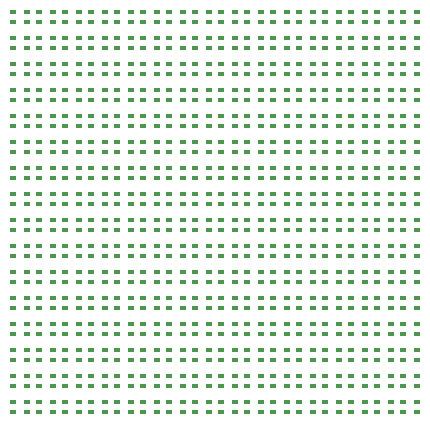
<source format=gtp>
%TF.GenerationSoftware,KiCad,Pcbnew,5.99.0-unknown-dd5676f4bc~131~ubuntu20.04.1*%
%TF.CreationDate,2021-08-08T04:37:49-07:00*%
%TF.ProjectId,panel,70616e65-6c2e-46b6-9963-61645f706362,rev?*%
%TF.SameCoordinates,Original*%
%TF.FileFunction,Paste,Top*%
%TF.FilePolarity,Positive*%
%FSLAX46Y46*%
G04 Gerber Fmt 4.6, Leading zero omitted, Abs format (unit mm)*
G04 Created by KiCad (PCBNEW 5.99.0-unknown-dd5676f4bc~131~ubuntu20.04.1) date 2021-08-08 04:37:49*
%MOMM*%
%LPD*%
G01*
G04 APERTURE LIST*
G04 Aperture macros list*
%AMRoundRect*
0 Rectangle with rounded corners*
0 $1 Rounding radius*
0 $2 $3 $4 $5 $6 $7 $8 $9 X,Y pos of 4 corners*
0 Add a 4 corners polygon primitive as box body*
4,1,4,$2,$3,$4,$5,$6,$7,$8,$9,$2,$3,0*
0 Add four circle primitives for the rounded corners*
1,1,$1+$1,$2,$3*
1,1,$1+$1,$4,$5*
1,1,$1+$1,$6,$7*
1,1,$1+$1,$8,$9*
0 Add four rect primitives between the rounded corners*
20,1,$1+$1,$2,$3,$4,$5,0*
20,1,$1+$1,$4,$5,$6,$7,0*
20,1,$1+$1,$6,$7,$8,$9,0*
20,1,$1+$1,$8,$9,$2,$3,0*%
G04 Aperture macros list end*
%ADD10RoundRect,0.080000X0.145000X0.120000X-0.145000X0.120000X-0.145000X-0.120000X0.145000X-0.120000X0*%
G04 APERTURE END LIST*
D10*
%TO.C,D2*%
X64300000Y-61100000D03*
X64300000Y-61900000D03*
X63100000Y-61900000D03*
X63100000Y-61100000D03*
%TD*%
%TO.C,D231*%
X75300000Y-91900000D03*
X75300000Y-92700000D03*
X74100000Y-92700000D03*
X74100000Y-91900000D03*
%TD*%
%TO.C,D67*%
X66500000Y-69900000D03*
X66500000Y-70700000D03*
X65300000Y-70700000D03*
X65300000Y-69900000D03*
%TD*%
%TO.C,D234*%
X81900000Y-91900000D03*
X81900000Y-92700000D03*
X80700000Y-92700000D03*
X80700000Y-91900000D03*
%TD*%
%TO.C,D238*%
X90700000Y-91900000D03*
X90700000Y-92700000D03*
X89500000Y-92700000D03*
X89500000Y-91900000D03*
%TD*%
%TO.C,D136*%
X77500000Y-78700000D03*
X77500000Y-79500000D03*
X76300000Y-79500000D03*
X76300000Y-78700000D03*
%TD*%
%TO.C,D93*%
X88500000Y-72100000D03*
X88500000Y-72900000D03*
X87300000Y-72900000D03*
X87300000Y-72100000D03*
%TD*%
%TO.C,D166*%
X73100000Y-83100000D03*
X73100000Y-83900000D03*
X71900000Y-83900000D03*
X71900000Y-83100000D03*
%TD*%
%TO.C,D168*%
X77500000Y-83100000D03*
X77500000Y-83900000D03*
X76300000Y-83900000D03*
X76300000Y-83100000D03*
%TD*%
%TO.C,D52*%
X68700000Y-67700000D03*
X68700000Y-68500000D03*
X67500000Y-68500000D03*
X67500000Y-67700000D03*
%TD*%
%TO.C,D65*%
X62100000Y-69900000D03*
X62100000Y-70700000D03*
X60900000Y-70700000D03*
X60900000Y-69900000D03*
%TD*%
%TO.C,D119*%
X75300000Y-76500000D03*
X75300000Y-77300000D03*
X74100000Y-77300000D03*
X74100000Y-76500000D03*
%TD*%
%TO.C,D85*%
X70900000Y-72100000D03*
X70900000Y-72900000D03*
X69700000Y-72900000D03*
X69700000Y-72100000D03*
%TD*%
%TO.C,D112*%
X95100000Y-74300000D03*
X95100000Y-75100000D03*
X93900000Y-75100000D03*
X93900000Y-74300000D03*
%TD*%
%TO.C,D47*%
X92900000Y-65500000D03*
X92900000Y-66300000D03*
X91700000Y-66300000D03*
X91700000Y-65500000D03*
%TD*%
%TO.C,D12*%
X86300000Y-61100000D03*
X86300000Y-61900000D03*
X85100000Y-61900000D03*
X85100000Y-61100000D03*
%TD*%
%TO.C,D33*%
X62100000Y-65500000D03*
X62100000Y-66300000D03*
X60900000Y-66300000D03*
X60900000Y-65500000D03*
%TD*%
%TO.C,D32*%
X95100000Y-63300000D03*
X95100000Y-64100000D03*
X93900000Y-64100000D03*
X93900000Y-63300000D03*
%TD*%
%TO.C,D107*%
X84100000Y-74300000D03*
X84100000Y-75100000D03*
X82900000Y-75100000D03*
X82900000Y-74300000D03*
%TD*%
%TO.C,D164*%
X68700000Y-83100000D03*
X68700000Y-83900000D03*
X67500000Y-83900000D03*
X67500000Y-83100000D03*
%TD*%
%TO.C,D88*%
X77500000Y-72100000D03*
X77500000Y-72900000D03*
X76300000Y-72900000D03*
X76300000Y-72100000D03*
%TD*%
%TO.C,D183*%
X75300000Y-85300000D03*
X75300000Y-86100000D03*
X74100000Y-86100000D03*
X74100000Y-85300000D03*
%TD*%
%TO.C,D62*%
X90700000Y-67700000D03*
X90700000Y-68500000D03*
X89500000Y-68500000D03*
X89500000Y-67700000D03*
%TD*%
%TO.C,D28*%
X86300000Y-63300000D03*
X86300000Y-64100000D03*
X85100000Y-64100000D03*
X85100000Y-63300000D03*
%TD*%
%TO.C,D100*%
X68700000Y-74300000D03*
X68700000Y-75100000D03*
X67500000Y-75100000D03*
X67500000Y-74300000D03*
%TD*%
%TO.C,D141*%
X88500000Y-78700000D03*
X88500000Y-79500000D03*
X87300000Y-79500000D03*
X87300000Y-78700000D03*
%TD*%
%TO.C,D194*%
X64300000Y-87500000D03*
X64300000Y-88300000D03*
X63100000Y-88300000D03*
X63100000Y-87500000D03*
%TD*%
%TO.C,D99*%
X66500000Y-74300000D03*
X66500000Y-75100000D03*
X65300000Y-75100000D03*
X65300000Y-74300000D03*
%TD*%
%TO.C,D96*%
X95100000Y-72100000D03*
X95100000Y-72900000D03*
X93900000Y-72900000D03*
X93900000Y-72100000D03*
%TD*%
%TO.C,D152*%
X77500000Y-80900000D03*
X77500000Y-81700000D03*
X76300000Y-81700000D03*
X76300000Y-80900000D03*
%TD*%
%TO.C,D75*%
X84100000Y-69900000D03*
X84100000Y-70700000D03*
X82900000Y-70700000D03*
X82900000Y-69900000D03*
%TD*%
%TO.C,D64*%
X95100000Y-67700000D03*
X95100000Y-68500000D03*
X93900000Y-68500000D03*
X93900000Y-67700000D03*
%TD*%
%TO.C,D232*%
X77500000Y-91900000D03*
X77500000Y-92700000D03*
X76300000Y-92700000D03*
X76300000Y-91900000D03*
%TD*%
%TO.C,D211*%
X66500000Y-89700000D03*
X66500000Y-90500000D03*
X65300000Y-90500000D03*
X65300000Y-89700000D03*
%TD*%
%TO.C,D127*%
X92900000Y-76500000D03*
X92900000Y-77300000D03*
X91700000Y-77300000D03*
X91700000Y-76500000D03*
%TD*%
%TO.C,D66*%
X64300000Y-69900000D03*
X64300000Y-70700000D03*
X63100000Y-70700000D03*
X63100000Y-69900000D03*
%TD*%
%TO.C,D78*%
X90700000Y-69900000D03*
X90700000Y-70700000D03*
X89500000Y-70700000D03*
X89500000Y-69900000D03*
%TD*%
%TO.C,D156*%
X86300000Y-80900000D03*
X86300000Y-81700000D03*
X85100000Y-81700000D03*
X85100000Y-80900000D03*
%TD*%
%TO.C,D69*%
X70900000Y-69900000D03*
X70900000Y-70700000D03*
X69700000Y-70700000D03*
X69700000Y-69900000D03*
%TD*%
%TO.C,D56*%
X77500000Y-67700000D03*
X77500000Y-68500000D03*
X76300000Y-68500000D03*
X76300000Y-67700000D03*
%TD*%
%TO.C,D24*%
X77500000Y-63300000D03*
X77500000Y-64100000D03*
X76300000Y-64100000D03*
X76300000Y-63300000D03*
%TD*%
%TO.C,D165*%
X70900000Y-83100000D03*
X70900000Y-83900000D03*
X69700000Y-83900000D03*
X69700000Y-83100000D03*
%TD*%
%TO.C,D94*%
X90700000Y-72100000D03*
X90700000Y-72900000D03*
X89500000Y-72900000D03*
X89500000Y-72100000D03*
%TD*%
%TO.C,D181*%
X70900000Y-85300000D03*
X70900000Y-86100000D03*
X69700000Y-86100000D03*
X69700000Y-85300000D03*
%TD*%
%TO.C,D222*%
X90700000Y-89700000D03*
X90700000Y-90500000D03*
X89500000Y-90500000D03*
X89500000Y-89700000D03*
%TD*%
%TO.C,D129*%
X62100000Y-78700000D03*
X62100000Y-79500000D03*
X60900000Y-79500000D03*
X60900000Y-78700000D03*
%TD*%
%TO.C,D227*%
X66500000Y-91900000D03*
X66500000Y-92700000D03*
X65300000Y-92700000D03*
X65300000Y-91900000D03*
%TD*%
%TO.C,D249*%
X79700000Y-94100000D03*
X79700000Y-94900000D03*
X78500000Y-94900000D03*
X78500000Y-94100000D03*
%TD*%
%TO.C,D8*%
X77500000Y-61100000D03*
X77500000Y-61900000D03*
X76300000Y-61900000D03*
X76300000Y-61100000D03*
%TD*%
%TO.C,D51*%
X66500000Y-67700000D03*
X66500000Y-68500000D03*
X65300000Y-68500000D03*
X65300000Y-67700000D03*
%TD*%
%TO.C,D43*%
X84100000Y-65500000D03*
X84100000Y-66300000D03*
X82900000Y-66300000D03*
X82900000Y-65500000D03*
%TD*%
%TO.C,D27*%
X84100000Y-63300000D03*
X84100000Y-64100000D03*
X82900000Y-64100000D03*
X82900000Y-63300000D03*
%TD*%
%TO.C,D252*%
X86300000Y-94100000D03*
X86300000Y-94900000D03*
X85100000Y-94900000D03*
X85100000Y-94100000D03*
%TD*%
%TO.C,D115*%
X66500000Y-76500000D03*
X66500000Y-77300000D03*
X65300000Y-77300000D03*
X65300000Y-76500000D03*
%TD*%
%TO.C,D73*%
X79700000Y-69900000D03*
X79700000Y-70700000D03*
X78500000Y-70700000D03*
X78500000Y-69900000D03*
%TD*%
%TO.C,D76*%
X86300000Y-69900000D03*
X86300000Y-70700000D03*
X85100000Y-70700000D03*
X85100000Y-69900000D03*
%TD*%
%TO.C,D71*%
X75300000Y-69900000D03*
X75300000Y-70700000D03*
X74100000Y-70700000D03*
X74100000Y-69900000D03*
%TD*%
%TO.C,D26*%
X81900000Y-63300000D03*
X81900000Y-64100000D03*
X80700000Y-64100000D03*
X80700000Y-63300000D03*
%TD*%
%TO.C,D111*%
X92900000Y-74300000D03*
X92900000Y-75100000D03*
X91700000Y-75100000D03*
X91700000Y-74300000D03*
%TD*%
%TO.C,D63*%
X92900000Y-67700000D03*
X92900000Y-68500000D03*
X91700000Y-68500000D03*
X91700000Y-67700000D03*
%TD*%
%TO.C,D173*%
X88500000Y-83100000D03*
X88500000Y-83900000D03*
X87300000Y-83900000D03*
X87300000Y-83100000D03*
%TD*%
%TO.C,D247*%
X75300000Y-94100000D03*
X75300000Y-94900000D03*
X74100000Y-94900000D03*
X74100000Y-94100000D03*
%TD*%
%TO.C,D155*%
X84100000Y-80900000D03*
X84100000Y-81700000D03*
X82900000Y-81700000D03*
X82900000Y-80900000D03*
%TD*%
%TO.C,D209*%
X62100000Y-89700000D03*
X62100000Y-90500000D03*
X60900000Y-90500000D03*
X60900000Y-89700000D03*
%TD*%
%TO.C,D239*%
X92900000Y-91900000D03*
X92900000Y-92700000D03*
X91700000Y-92700000D03*
X91700000Y-91900000D03*
%TD*%
%TO.C,D134*%
X73100000Y-78700000D03*
X73100000Y-79500000D03*
X71900000Y-79500000D03*
X71900000Y-78700000D03*
%TD*%
%TO.C,D120*%
X77500000Y-76500000D03*
X77500000Y-77300000D03*
X76300000Y-77300000D03*
X76300000Y-76500000D03*
%TD*%
%TO.C,D193*%
X62100000Y-87500000D03*
X62100000Y-88300000D03*
X60900000Y-88300000D03*
X60900000Y-87500000D03*
%TD*%
%TO.C,D149*%
X70900000Y-80900000D03*
X70900000Y-81700000D03*
X69700000Y-81700000D03*
X69700000Y-80900000D03*
%TD*%
%TO.C,D251*%
X84100000Y-94100000D03*
X84100000Y-94900000D03*
X82900000Y-94900000D03*
X82900000Y-94100000D03*
%TD*%
%TO.C,D178*%
X64300000Y-85300000D03*
X64300000Y-86100000D03*
X63100000Y-86100000D03*
X63100000Y-85300000D03*
%TD*%
%TO.C,D20*%
X68700000Y-63300000D03*
X68700000Y-64100000D03*
X67500000Y-64100000D03*
X67500000Y-63300000D03*
%TD*%
%TO.C,D160*%
X95100000Y-80900000D03*
X95100000Y-81700000D03*
X93900000Y-81700000D03*
X93900000Y-80900000D03*
%TD*%
%TO.C,D57*%
X79700000Y-67700000D03*
X79700000Y-68500000D03*
X78500000Y-68500000D03*
X78500000Y-67700000D03*
%TD*%
%TO.C,D16*%
X95100000Y-61100000D03*
X95100000Y-61900000D03*
X93900000Y-61900000D03*
X93900000Y-61100000D03*
%TD*%
%TO.C,D46*%
X90700000Y-65500000D03*
X90700000Y-66300000D03*
X89500000Y-66300000D03*
X89500000Y-65500000D03*
%TD*%
%TO.C,D35*%
X66500000Y-65500000D03*
X66500000Y-66300000D03*
X65300000Y-66300000D03*
X65300000Y-65500000D03*
%TD*%
%TO.C,D103*%
X75300000Y-74300000D03*
X75300000Y-75100000D03*
X74100000Y-75100000D03*
X74100000Y-74300000D03*
%TD*%
%TO.C,D114*%
X64300000Y-76500000D03*
X64300000Y-77300000D03*
X63100000Y-77300000D03*
X63100000Y-76500000D03*
%TD*%
%TO.C,D124*%
X86300000Y-76500000D03*
X86300000Y-77300000D03*
X85100000Y-77300000D03*
X85100000Y-76500000D03*
%TD*%
%TO.C,D226*%
X64300000Y-91900000D03*
X64300000Y-92700000D03*
X63100000Y-92700000D03*
X63100000Y-91900000D03*
%TD*%
%TO.C,D174*%
X90700000Y-83100000D03*
X90700000Y-83900000D03*
X89500000Y-83900000D03*
X89500000Y-83100000D03*
%TD*%
%TO.C,D236*%
X86300000Y-91900000D03*
X86300000Y-92700000D03*
X85100000Y-92700000D03*
X85100000Y-91900000D03*
%TD*%
%TO.C,D87*%
X75300000Y-72100000D03*
X75300000Y-72900000D03*
X74100000Y-72900000D03*
X74100000Y-72100000D03*
%TD*%
%TO.C,D125*%
X88500000Y-76500000D03*
X88500000Y-77300000D03*
X87300000Y-77300000D03*
X87300000Y-76500000D03*
%TD*%
%TO.C,D55*%
X75300000Y-67700000D03*
X75300000Y-68500000D03*
X74100000Y-68500000D03*
X74100000Y-67700000D03*
%TD*%
%TO.C,D4*%
X68700000Y-61100000D03*
X68700000Y-61900000D03*
X67500000Y-61900000D03*
X67500000Y-61100000D03*
%TD*%
%TO.C,D196*%
X68700000Y-87500000D03*
X68700000Y-88300000D03*
X67500000Y-88300000D03*
X67500000Y-87500000D03*
%TD*%
%TO.C,D23*%
X75300000Y-63300000D03*
X75300000Y-64100000D03*
X74100000Y-64100000D03*
X74100000Y-63300000D03*
%TD*%
%TO.C,D21*%
X70900000Y-63300000D03*
X70900000Y-64100000D03*
X69700000Y-64100000D03*
X69700000Y-63300000D03*
%TD*%
%TO.C,D92*%
X86300000Y-72100000D03*
X86300000Y-72900000D03*
X85100000Y-72900000D03*
X85100000Y-72100000D03*
%TD*%
%TO.C,D140*%
X86300000Y-78700000D03*
X86300000Y-79500000D03*
X85100000Y-79500000D03*
X85100000Y-78700000D03*
%TD*%
%TO.C,D217*%
X79700000Y-89700000D03*
X79700000Y-90500000D03*
X78500000Y-90500000D03*
X78500000Y-89700000D03*
%TD*%
%TO.C,D44*%
X86300000Y-65500000D03*
X86300000Y-66300000D03*
X85100000Y-66300000D03*
X85100000Y-65500000D03*
%TD*%
%TO.C,D228*%
X68700000Y-91900000D03*
X68700000Y-92700000D03*
X67500000Y-92700000D03*
X67500000Y-91900000D03*
%TD*%
%TO.C,D40*%
X77500000Y-65500000D03*
X77500000Y-66300000D03*
X76300000Y-66300000D03*
X76300000Y-65500000D03*
%TD*%
%TO.C,D19*%
X66500000Y-63300000D03*
X66500000Y-64100000D03*
X65300000Y-64100000D03*
X65300000Y-63300000D03*
%TD*%
%TO.C,D179*%
X66500000Y-85300000D03*
X66500000Y-86100000D03*
X65300000Y-86100000D03*
X65300000Y-85300000D03*
%TD*%
%TO.C,D170*%
X81900000Y-83100000D03*
X81900000Y-83900000D03*
X80700000Y-83900000D03*
X80700000Y-83100000D03*
%TD*%
%TO.C,D180*%
X68700000Y-85300000D03*
X68700000Y-86100000D03*
X67500000Y-86100000D03*
X67500000Y-85300000D03*
%TD*%
%TO.C,D30*%
X90700000Y-63300000D03*
X90700000Y-64100000D03*
X89500000Y-64100000D03*
X89500000Y-63300000D03*
%TD*%
%TO.C,D202*%
X81900000Y-87500000D03*
X81900000Y-88300000D03*
X80700000Y-88300000D03*
X80700000Y-87500000D03*
%TD*%
%TO.C,D171*%
X84100000Y-83100000D03*
X84100000Y-83900000D03*
X82900000Y-83900000D03*
X82900000Y-83100000D03*
%TD*%
%TO.C,D187*%
X84100000Y-85300000D03*
X84100000Y-86100000D03*
X82900000Y-86100000D03*
X82900000Y-85300000D03*
%TD*%
%TO.C,D59*%
X84100000Y-67700000D03*
X84100000Y-68500000D03*
X82900000Y-68500000D03*
X82900000Y-67700000D03*
%TD*%
%TO.C,D190*%
X90700000Y-85300000D03*
X90700000Y-86100000D03*
X89500000Y-86100000D03*
X89500000Y-85300000D03*
%TD*%
%TO.C,D17*%
X62100000Y-63300000D03*
X62100000Y-64100000D03*
X60900000Y-64100000D03*
X60900000Y-63300000D03*
%TD*%
%TO.C,D248*%
X77500000Y-94100000D03*
X77500000Y-94900000D03*
X76300000Y-94900000D03*
X76300000Y-94100000D03*
%TD*%
%TO.C,D182*%
X73100000Y-85300000D03*
X73100000Y-86100000D03*
X71900000Y-86100000D03*
X71900000Y-85300000D03*
%TD*%
%TO.C,D89*%
X79700000Y-72100000D03*
X79700000Y-72900000D03*
X78500000Y-72900000D03*
X78500000Y-72100000D03*
%TD*%
%TO.C,D97*%
X62100000Y-74300000D03*
X62100000Y-75100000D03*
X60900000Y-75100000D03*
X60900000Y-74300000D03*
%TD*%
%TO.C,D237*%
X88500000Y-91900000D03*
X88500000Y-92700000D03*
X87300000Y-92700000D03*
X87300000Y-91900000D03*
%TD*%
%TO.C,D201*%
X79700000Y-87500000D03*
X79700000Y-88300000D03*
X78500000Y-88300000D03*
X78500000Y-87500000D03*
%TD*%
%TO.C,D210*%
X64300000Y-89700000D03*
X64300000Y-90500000D03*
X63100000Y-90500000D03*
X63100000Y-89700000D03*
%TD*%
%TO.C,D117*%
X70900000Y-76500000D03*
X70900000Y-77300000D03*
X69700000Y-77300000D03*
X69700000Y-76500000D03*
%TD*%
%TO.C,D95*%
X92900000Y-72100000D03*
X92900000Y-72900000D03*
X91700000Y-72900000D03*
X91700000Y-72100000D03*
%TD*%
%TO.C,D223*%
X92900000Y-89700000D03*
X92900000Y-90500000D03*
X91700000Y-90500000D03*
X91700000Y-89700000D03*
%TD*%
%TO.C,D216*%
X77500000Y-89700000D03*
X77500000Y-90500000D03*
X76300000Y-90500000D03*
X76300000Y-89700000D03*
%TD*%
%TO.C,D212*%
X68700000Y-89700000D03*
X68700000Y-90500000D03*
X67500000Y-90500000D03*
X67500000Y-89700000D03*
%TD*%
%TO.C,D198*%
X73100000Y-87500000D03*
X73100000Y-88300000D03*
X71900000Y-88300000D03*
X71900000Y-87500000D03*
%TD*%
%TO.C,D235*%
X84100000Y-91900000D03*
X84100000Y-92700000D03*
X82900000Y-92700000D03*
X82900000Y-91900000D03*
%TD*%
%TO.C,D255*%
X92900000Y-94100000D03*
X92900000Y-94900000D03*
X91700000Y-94900000D03*
X91700000Y-94100000D03*
%TD*%
%TO.C,D29*%
X88500000Y-63300000D03*
X88500000Y-64100000D03*
X87300000Y-64100000D03*
X87300000Y-63300000D03*
%TD*%
%TO.C,D9*%
X79700000Y-61100000D03*
X79700000Y-61900000D03*
X78500000Y-61900000D03*
X78500000Y-61100000D03*
%TD*%
%TO.C,D48*%
X95100000Y-65500000D03*
X95100000Y-66300000D03*
X93900000Y-66300000D03*
X93900000Y-65500000D03*
%TD*%
%TO.C,D213*%
X70900000Y-89700000D03*
X70900000Y-90500000D03*
X69700000Y-90500000D03*
X69700000Y-89700000D03*
%TD*%
%TO.C,D253*%
X88500000Y-94100000D03*
X88500000Y-94900000D03*
X87300000Y-94900000D03*
X87300000Y-94100000D03*
%TD*%
%TO.C,D192*%
X95100000Y-85300000D03*
X95100000Y-86100000D03*
X93900000Y-86100000D03*
X93900000Y-85300000D03*
%TD*%
%TO.C,D146*%
X64300000Y-80900000D03*
X64300000Y-81700000D03*
X63100000Y-81700000D03*
X63100000Y-80900000D03*
%TD*%
%TO.C,D220*%
X86300000Y-89700000D03*
X86300000Y-90500000D03*
X85100000Y-90500000D03*
X85100000Y-89700000D03*
%TD*%
%TO.C,D110*%
X90700000Y-74300000D03*
X90700000Y-75100000D03*
X89500000Y-75100000D03*
X89500000Y-74300000D03*
%TD*%
%TO.C,D150*%
X73100000Y-80900000D03*
X73100000Y-81700000D03*
X71900000Y-81700000D03*
X71900000Y-80900000D03*
%TD*%
%TO.C,D126*%
X90700000Y-76500000D03*
X90700000Y-77300000D03*
X89500000Y-77300000D03*
X89500000Y-76500000D03*
%TD*%
%TO.C,D39*%
X75300000Y-65500000D03*
X75300000Y-66300000D03*
X74100000Y-66300000D03*
X74100000Y-65500000D03*
%TD*%
%TO.C,D14*%
X90700000Y-61100000D03*
X90700000Y-61900000D03*
X89500000Y-61900000D03*
X89500000Y-61100000D03*
%TD*%
%TO.C,D175*%
X92900000Y-83100000D03*
X92900000Y-83900000D03*
X91700000Y-83900000D03*
X91700000Y-83100000D03*
%TD*%
%TO.C,D250*%
X81900000Y-94100000D03*
X81900000Y-94900000D03*
X80700000Y-94900000D03*
X80700000Y-94100000D03*
%TD*%
%TO.C,D245*%
X70900000Y-94100000D03*
X70900000Y-94900000D03*
X69700000Y-94900000D03*
X69700000Y-94100000D03*
%TD*%
%TO.C,D79*%
X92900000Y-69900000D03*
X92900000Y-70700000D03*
X91700000Y-70700000D03*
X91700000Y-69900000D03*
%TD*%
%TO.C,D104*%
X77500000Y-74300000D03*
X77500000Y-75100000D03*
X76300000Y-75100000D03*
X76300000Y-74300000D03*
%TD*%
%TO.C,D159*%
X92900000Y-80900000D03*
X92900000Y-81700000D03*
X91700000Y-81700000D03*
X91700000Y-80900000D03*
%TD*%
%TO.C,D128*%
X95100000Y-76500000D03*
X95100000Y-77300000D03*
X93900000Y-77300000D03*
X93900000Y-76500000D03*
%TD*%
%TO.C,D58*%
X81900000Y-67700000D03*
X81900000Y-68500000D03*
X80700000Y-68500000D03*
X80700000Y-67700000D03*
%TD*%
%TO.C,D81*%
X62100000Y-72100000D03*
X62100000Y-72900000D03*
X60900000Y-72900000D03*
X60900000Y-72100000D03*
%TD*%
%TO.C,D221*%
X88500000Y-89700000D03*
X88500000Y-90500000D03*
X87300000Y-90500000D03*
X87300000Y-89700000D03*
%TD*%
%TO.C,D105*%
X79700000Y-74300000D03*
X79700000Y-75100000D03*
X78500000Y-75100000D03*
X78500000Y-74300000D03*
%TD*%
%TO.C,D233*%
X79700000Y-91900000D03*
X79700000Y-92700000D03*
X78500000Y-92700000D03*
X78500000Y-91900000D03*
%TD*%
%TO.C,D70*%
X73100000Y-69900000D03*
X73100000Y-70700000D03*
X71900000Y-70700000D03*
X71900000Y-69900000D03*
%TD*%
%TO.C,D133*%
X70900000Y-78700000D03*
X70900000Y-79500000D03*
X69700000Y-79500000D03*
X69700000Y-78700000D03*
%TD*%
%TO.C,D157*%
X88500000Y-80900000D03*
X88500000Y-81700000D03*
X87300000Y-81700000D03*
X87300000Y-80900000D03*
%TD*%
%TO.C,D177*%
X62100000Y-85300000D03*
X62100000Y-86100000D03*
X60900000Y-86100000D03*
X60900000Y-85300000D03*
%TD*%
%TO.C,D121*%
X79700000Y-76500000D03*
X79700000Y-77300000D03*
X78500000Y-77300000D03*
X78500000Y-76500000D03*
%TD*%
%TO.C,D86*%
X73100000Y-72100000D03*
X73100000Y-72900000D03*
X71900000Y-72900000D03*
X71900000Y-72100000D03*
%TD*%
%TO.C,D130*%
X64300000Y-78700000D03*
X64300000Y-79500000D03*
X63100000Y-79500000D03*
X63100000Y-78700000D03*
%TD*%
%TO.C,D203*%
X84100000Y-87500000D03*
X84100000Y-88300000D03*
X82900000Y-88300000D03*
X82900000Y-87500000D03*
%TD*%
%TO.C,D153*%
X79700000Y-80900000D03*
X79700000Y-81700000D03*
X78500000Y-81700000D03*
X78500000Y-80900000D03*
%TD*%
%TO.C,D154*%
X81900000Y-80900000D03*
X81900000Y-81700000D03*
X80700000Y-81700000D03*
X80700000Y-80900000D03*
%TD*%
%TO.C,D219*%
X84100000Y-89700000D03*
X84100000Y-90500000D03*
X82900000Y-90500000D03*
X82900000Y-89700000D03*
%TD*%
%TO.C,D218*%
X81900000Y-89700000D03*
X81900000Y-90500000D03*
X80700000Y-90500000D03*
X80700000Y-89700000D03*
%TD*%
%TO.C,D186*%
X81900000Y-85300000D03*
X81900000Y-86100000D03*
X80700000Y-86100000D03*
X80700000Y-85300000D03*
%TD*%
%TO.C,D131*%
X66500000Y-78700000D03*
X66500000Y-79500000D03*
X65300000Y-79500000D03*
X65300000Y-78700000D03*
%TD*%
%TO.C,D229*%
X70900000Y-91900000D03*
X70900000Y-92700000D03*
X69700000Y-92700000D03*
X69700000Y-91900000D03*
%TD*%
%TO.C,D108*%
X86300000Y-74300000D03*
X86300000Y-75100000D03*
X85100000Y-75100000D03*
X85100000Y-74300000D03*
%TD*%
%TO.C,D138*%
X81900000Y-78700000D03*
X81900000Y-79500000D03*
X80700000Y-79500000D03*
X80700000Y-78700000D03*
%TD*%
%TO.C,D42*%
X81900000Y-65500000D03*
X81900000Y-66300000D03*
X80700000Y-66300000D03*
X80700000Y-65500000D03*
%TD*%
%TO.C,D83*%
X66500000Y-72100000D03*
X66500000Y-72900000D03*
X65300000Y-72900000D03*
X65300000Y-72100000D03*
%TD*%
%TO.C,D225*%
X62100000Y-91900000D03*
X62100000Y-92700000D03*
X60900000Y-92700000D03*
X60900000Y-91900000D03*
%TD*%
%TO.C,D200*%
X77500000Y-87500000D03*
X77500000Y-88300000D03*
X76300000Y-88300000D03*
X76300000Y-87500000D03*
%TD*%
%TO.C,D13*%
X88500000Y-61100000D03*
X88500000Y-61900000D03*
X87300000Y-61900000D03*
X87300000Y-61100000D03*
%TD*%
%TO.C,D15*%
X92900000Y-61100000D03*
X92900000Y-61900000D03*
X91700000Y-61900000D03*
X91700000Y-61100000D03*
%TD*%
%TO.C,D176*%
X95100000Y-83100000D03*
X95100000Y-83900000D03*
X93900000Y-83900000D03*
X93900000Y-83100000D03*
%TD*%
%TO.C,D204*%
X86300000Y-87500000D03*
X86300000Y-88300000D03*
X85100000Y-88300000D03*
X85100000Y-87500000D03*
%TD*%
%TO.C,D137*%
X79700000Y-78700000D03*
X79700000Y-79500000D03*
X78500000Y-79500000D03*
X78500000Y-78700000D03*
%TD*%
%TO.C,D132*%
X68700000Y-78700000D03*
X68700000Y-79500000D03*
X67500000Y-79500000D03*
X67500000Y-78700000D03*
%TD*%
%TO.C,D123*%
X84100000Y-76500000D03*
X84100000Y-77300000D03*
X82900000Y-77300000D03*
X82900000Y-76500000D03*
%TD*%
%TO.C,D11*%
X84100000Y-61100000D03*
X84100000Y-61900000D03*
X82900000Y-61900000D03*
X82900000Y-61100000D03*
%TD*%
%TO.C,D254*%
X90700000Y-94100000D03*
X90700000Y-94900000D03*
X89500000Y-94900000D03*
X89500000Y-94100000D03*
%TD*%
%TO.C,D77*%
X88500000Y-69900000D03*
X88500000Y-70700000D03*
X87300000Y-70700000D03*
X87300000Y-69900000D03*
%TD*%
%TO.C,D191*%
X92900000Y-85300000D03*
X92900000Y-86100000D03*
X91700000Y-86100000D03*
X91700000Y-85300000D03*
%TD*%
%TO.C,D167*%
X75300000Y-83100000D03*
X75300000Y-83900000D03*
X74100000Y-83900000D03*
X74100000Y-83100000D03*
%TD*%
%TO.C,D106*%
X81900000Y-74300000D03*
X81900000Y-75100000D03*
X80700000Y-75100000D03*
X80700000Y-74300000D03*
%TD*%
%TO.C,D36*%
X68700000Y-65500000D03*
X68700000Y-66300000D03*
X67500000Y-66300000D03*
X67500000Y-65500000D03*
%TD*%
%TO.C,D189*%
X88500000Y-85300000D03*
X88500000Y-86100000D03*
X87300000Y-86100000D03*
X87300000Y-85300000D03*
%TD*%
%TO.C,D195*%
X66500000Y-87500000D03*
X66500000Y-88300000D03*
X65300000Y-88300000D03*
X65300000Y-87500000D03*
%TD*%
%TO.C,D199*%
X75300000Y-87500000D03*
X75300000Y-88300000D03*
X74100000Y-88300000D03*
X74100000Y-87500000D03*
%TD*%
%TO.C,D158*%
X90700000Y-80900000D03*
X90700000Y-81700000D03*
X89500000Y-81700000D03*
X89500000Y-80900000D03*
%TD*%
%TO.C,D256*%
X95100000Y-94100000D03*
X95100000Y-94900000D03*
X93900000Y-94900000D03*
X93900000Y-94100000D03*
%TD*%
%TO.C,D162*%
X64300000Y-83100000D03*
X64300000Y-83900000D03*
X63100000Y-83900000D03*
X63100000Y-83100000D03*
%TD*%
%TO.C,D208*%
X95100000Y-87500000D03*
X95100000Y-88300000D03*
X93900000Y-88300000D03*
X93900000Y-87500000D03*
%TD*%
%TO.C,D37*%
X70900000Y-65500000D03*
X70900000Y-66300000D03*
X69700000Y-66300000D03*
X69700000Y-65500000D03*
%TD*%
%TO.C,D143*%
X92900000Y-78700000D03*
X92900000Y-79500000D03*
X91700000Y-79500000D03*
X91700000Y-78700000D03*
%TD*%
%TO.C,D22*%
X73100000Y-63300000D03*
X73100000Y-64100000D03*
X71900000Y-64100000D03*
X71900000Y-63300000D03*
%TD*%
%TO.C,D215*%
X75300000Y-89700000D03*
X75300000Y-90500000D03*
X74100000Y-90500000D03*
X74100000Y-89700000D03*
%TD*%
%TO.C,D184*%
X77500000Y-85300000D03*
X77500000Y-86100000D03*
X76300000Y-86100000D03*
X76300000Y-85300000D03*
%TD*%
%TO.C,D135*%
X75300000Y-78700000D03*
X75300000Y-79500000D03*
X74100000Y-79500000D03*
X74100000Y-78700000D03*
%TD*%
%TO.C,D60*%
X86300000Y-67700000D03*
X86300000Y-68500000D03*
X85100000Y-68500000D03*
X85100000Y-67700000D03*
%TD*%
%TO.C,D50*%
X64300000Y-67700000D03*
X64300000Y-68500000D03*
X63100000Y-68500000D03*
X63100000Y-67700000D03*
%TD*%
%TO.C,D18*%
X64300000Y-63300000D03*
X64300000Y-64100000D03*
X63100000Y-64100000D03*
X63100000Y-63300000D03*
%TD*%
%TO.C,D139*%
X84100000Y-78700000D03*
X84100000Y-79500000D03*
X82900000Y-79500000D03*
X82900000Y-78700000D03*
%TD*%
%TO.C,D116*%
X68700000Y-76500000D03*
X68700000Y-77300000D03*
X67500000Y-77300000D03*
X67500000Y-76500000D03*
%TD*%
%TO.C,D169*%
X79700000Y-83100000D03*
X79700000Y-83900000D03*
X78500000Y-83900000D03*
X78500000Y-83100000D03*
%TD*%
%TO.C,D91*%
X84100000Y-72100000D03*
X84100000Y-72900000D03*
X82900000Y-72900000D03*
X82900000Y-72100000D03*
%TD*%
%TO.C,D7*%
X75300000Y-61100000D03*
X75300000Y-61900000D03*
X74100000Y-61900000D03*
X74100000Y-61100000D03*
%TD*%
%TO.C,D98*%
X64300000Y-74300000D03*
X64300000Y-75100000D03*
X63100000Y-75100000D03*
X63100000Y-74300000D03*
%TD*%
%TO.C,D214*%
X73100000Y-89700000D03*
X73100000Y-90500000D03*
X71900000Y-90500000D03*
X71900000Y-89700000D03*
%TD*%
%TO.C,D206*%
X90700000Y-87500000D03*
X90700000Y-88300000D03*
X89500000Y-88300000D03*
X89500000Y-87500000D03*
%TD*%
%TO.C,D38*%
X73100000Y-65500000D03*
X73100000Y-66300000D03*
X71900000Y-66300000D03*
X71900000Y-65500000D03*
%TD*%
%TO.C,D84*%
X68700000Y-72100000D03*
X68700000Y-72900000D03*
X67500000Y-72900000D03*
X67500000Y-72100000D03*
%TD*%
%TO.C,D230*%
X73100000Y-91900000D03*
X73100000Y-92700000D03*
X71900000Y-92700000D03*
X71900000Y-91900000D03*
%TD*%
%TO.C,D244*%
X68700000Y-94100000D03*
X68700000Y-94900000D03*
X67500000Y-94900000D03*
X67500000Y-94100000D03*
%TD*%
%TO.C,D188*%
X86300000Y-85300000D03*
X86300000Y-86100000D03*
X85100000Y-86100000D03*
X85100000Y-85300000D03*
%TD*%
%TO.C,D113*%
X62100000Y-76500000D03*
X62100000Y-77300000D03*
X60900000Y-77300000D03*
X60900000Y-76500000D03*
%TD*%
%TO.C,D101*%
X70900000Y-74300000D03*
X70900000Y-75100000D03*
X69700000Y-75100000D03*
X69700000Y-74300000D03*
%TD*%
%TO.C,D3*%
X66500000Y-61100000D03*
X66500000Y-61900000D03*
X65300000Y-61900000D03*
X65300000Y-61100000D03*
%TD*%
%TO.C,D41*%
X79700000Y-65500000D03*
X79700000Y-66300000D03*
X78500000Y-66300000D03*
X78500000Y-65500000D03*
%TD*%
%TO.C,D53*%
X70900000Y-67700000D03*
X70900000Y-68500000D03*
X69700000Y-68500000D03*
X69700000Y-67700000D03*
%TD*%
%TO.C,D207*%
X92900000Y-87500000D03*
X92900000Y-88300000D03*
X91700000Y-88300000D03*
X91700000Y-87500000D03*
%TD*%
%TO.C,D25*%
X79700000Y-63300000D03*
X79700000Y-64100000D03*
X78500000Y-64100000D03*
X78500000Y-63300000D03*
%TD*%
%TO.C,D172*%
X86300000Y-83100000D03*
X86300000Y-83900000D03*
X85100000Y-83900000D03*
X85100000Y-83100000D03*
%TD*%
%TO.C,D45*%
X88500000Y-65500000D03*
X88500000Y-66300000D03*
X87300000Y-66300000D03*
X87300000Y-65500000D03*
%TD*%
%TO.C,D224*%
X95100000Y-89700000D03*
X95100000Y-90500000D03*
X93900000Y-90500000D03*
X93900000Y-89700000D03*
%TD*%
%TO.C,D197*%
X70900000Y-87500000D03*
X70900000Y-88300000D03*
X69700000Y-88300000D03*
X69700000Y-87500000D03*
%TD*%
%TO.C,D10*%
X81900000Y-61100000D03*
X81900000Y-61900000D03*
X80700000Y-61900000D03*
X80700000Y-61100000D03*
%TD*%
%TO.C,D151*%
X75300000Y-80900000D03*
X75300000Y-81700000D03*
X74100000Y-81700000D03*
X74100000Y-80900000D03*
%TD*%
%TO.C,D144*%
X95100000Y-78700000D03*
X95100000Y-79500000D03*
X93900000Y-79500000D03*
X93900000Y-78700000D03*
%TD*%
%TO.C,D6*%
X73100000Y-61100000D03*
X73100000Y-61900000D03*
X71900000Y-61900000D03*
X71900000Y-61100000D03*
%TD*%
%TO.C,D242*%
X64300000Y-94100000D03*
X64300000Y-94900000D03*
X63100000Y-94900000D03*
X63100000Y-94100000D03*
%TD*%
%TO.C,D163*%
X66500000Y-83100000D03*
X66500000Y-83900000D03*
X65300000Y-83900000D03*
X65300000Y-83100000D03*
%TD*%
%TO.C,D68*%
X68700000Y-69900000D03*
X68700000Y-70700000D03*
X67500000Y-70700000D03*
X67500000Y-69900000D03*
%TD*%
%TO.C,D90*%
X81900000Y-72100000D03*
X81900000Y-72900000D03*
X80700000Y-72900000D03*
X80700000Y-72100000D03*
%TD*%
%TO.C,D109*%
X88500000Y-74300000D03*
X88500000Y-75100000D03*
X87300000Y-75100000D03*
X87300000Y-74300000D03*
%TD*%
%TO.C,D54*%
X73100000Y-67700000D03*
X73100000Y-68500000D03*
X71900000Y-68500000D03*
X71900000Y-67700000D03*
%TD*%
%TO.C,D49*%
X62100000Y-67700000D03*
X62100000Y-68500000D03*
X60900000Y-68500000D03*
X60900000Y-67700000D03*
%TD*%
%TO.C,D5*%
X70900000Y-61100000D03*
X70900000Y-61900000D03*
X69700000Y-61900000D03*
X69700000Y-61100000D03*
%TD*%
%TO.C,D145*%
X62100000Y-80900000D03*
X62100000Y-81700000D03*
X60900000Y-81700000D03*
X60900000Y-80900000D03*
%TD*%
%TO.C,D1*%
X62100000Y-61100000D03*
X62100000Y-61900000D03*
X60900000Y-61900000D03*
X60900000Y-61100000D03*
%TD*%
%TO.C,D74*%
X81900000Y-69900000D03*
X81900000Y-70700000D03*
X80700000Y-70700000D03*
X80700000Y-69900000D03*
%TD*%
%TO.C,D205*%
X88500000Y-87500000D03*
X88500000Y-88300000D03*
X87300000Y-88300000D03*
X87300000Y-87500000D03*
%TD*%
%TO.C,D148*%
X68700000Y-80900000D03*
X68700000Y-81700000D03*
X67500000Y-81700000D03*
X67500000Y-80900000D03*
%TD*%
%TO.C,D246*%
X73100000Y-94100000D03*
X73100000Y-94900000D03*
X71900000Y-94900000D03*
X71900000Y-94100000D03*
%TD*%
%TO.C,D82*%
X64300000Y-72100000D03*
X64300000Y-72900000D03*
X63100000Y-72900000D03*
X63100000Y-72100000D03*
%TD*%
%TO.C,D147*%
X66500000Y-80900000D03*
X66500000Y-81700000D03*
X65300000Y-81700000D03*
X65300000Y-80900000D03*
%TD*%
%TO.C,D102*%
X73100000Y-74300000D03*
X73100000Y-75100000D03*
X71900000Y-75100000D03*
X71900000Y-74300000D03*
%TD*%
%TO.C,D34*%
X64300000Y-65500000D03*
X64300000Y-66300000D03*
X63100000Y-66300000D03*
X63100000Y-65500000D03*
%TD*%
%TO.C,D80*%
X95100000Y-69900000D03*
X95100000Y-70700000D03*
X93900000Y-70700000D03*
X93900000Y-69900000D03*
%TD*%
%TO.C,D243*%
X66500000Y-94100000D03*
X66500000Y-94900000D03*
X65300000Y-94900000D03*
X65300000Y-94100000D03*
%TD*%
%TO.C,D185*%
X79700000Y-85300000D03*
X79700000Y-86100000D03*
X78500000Y-86100000D03*
X78500000Y-85300000D03*
%TD*%
%TO.C,D72*%
X77500000Y-69900000D03*
X77500000Y-70700000D03*
X76300000Y-70700000D03*
X76300000Y-69900000D03*
%TD*%
%TO.C,D142*%
X90700000Y-78700000D03*
X90700000Y-79500000D03*
X89500000Y-79500000D03*
X89500000Y-78700000D03*
%TD*%
%TO.C,D118*%
X73100000Y-76500000D03*
X73100000Y-77300000D03*
X71900000Y-77300000D03*
X71900000Y-76500000D03*
%TD*%
%TO.C,D161*%
X62100000Y-83100000D03*
X62100000Y-83900000D03*
X60900000Y-83900000D03*
X60900000Y-83100000D03*
%TD*%
%TO.C,D31*%
X92900000Y-63300000D03*
X92900000Y-64100000D03*
X91700000Y-64100000D03*
X91700000Y-63300000D03*
%TD*%
%TO.C,D240*%
X95100000Y-91900000D03*
X95100000Y-92700000D03*
X93900000Y-92700000D03*
X93900000Y-91900000D03*
%TD*%
%TO.C,D241*%
X62100000Y-94100000D03*
X62100000Y-94900000D03*
X60900000Y-94900000D03*
X60900000Y-94100000D03*
%TD*%
%TO.C,D122*%
X81900000Y-76500000D03*
X81900000Y-77300000D03*
X80700000Y-77300000D03*
X80700000Y-76500000D03*
%TD*%
%TO.C,D61*%
X88500000Y-67700000D03*
X88500000Y-68500000D03*
X87300000Y-68500000D03*
X87300000Y-67700000D03*
%TD*%
M02*

</source>
